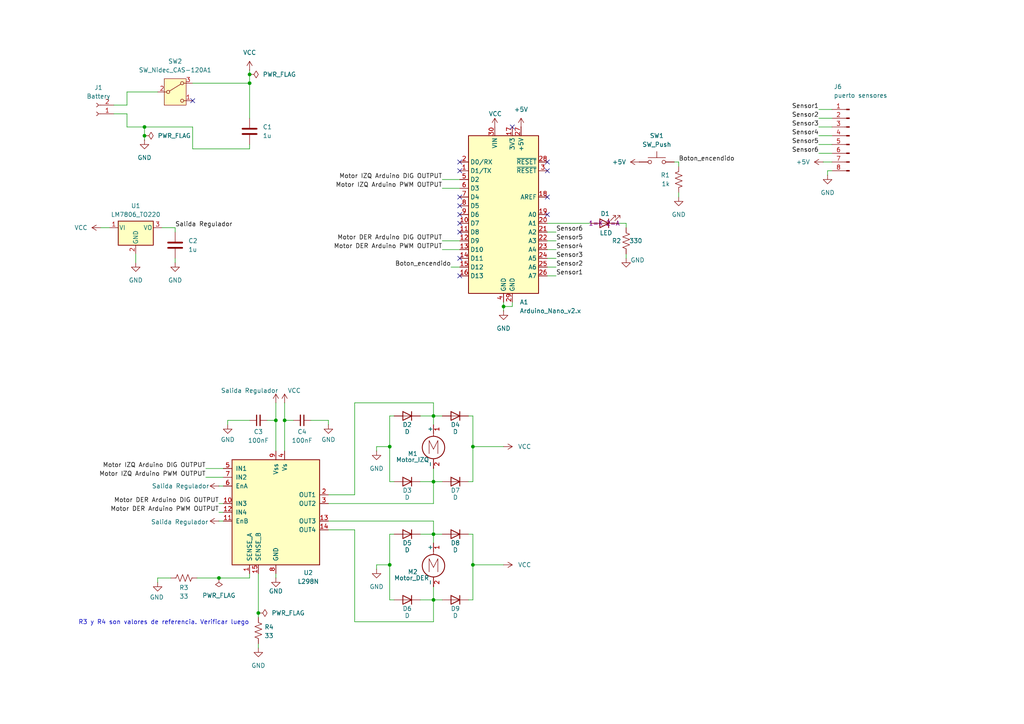
<source format=kicad_sch>
(kicad_sch (version 20250114) (generator "eeschema") (generator_version "9.0")
  (paper "A4")
  (lib_symbols
    (symbol "Connector:Conn_01x02_Socket" (pin_names (offset 1.016) hide)
      (property "Reference" "J" (at 0 2.54 0))
      (property "Value" "Conn_01x02_Socket" (at 0 -5.08 0))
      (symbol "Conn_01x02_Socket_1_1"
        (polyline (pts (xy -1.27 0) (xy -0.508 0)) (stroke (width 0.1524)))
        (polyline (pts (xy -1.27 -2.54) (xy -0.508 -2.54)) (stroke (width 0.1524)))
        (arc (start 0 -0.508) (mid -0.5058 0) (end 0 0.508) (stroke (width 0.1524)))
        (arc (start 0 -3.048) (mid -0.5058 -2.54) (end 0 -2.032) (stroke (width 0.1524)))
        (pin passive line (at -5.08 0 0) (length 3.81) (name "Pin_1") (number "1"))
        (pin passive line (at -5.08 -2.54 0) (length 3.81) (name "Pin_2") (number "2"))
      )
    )
    (symbol "Connector:Conn_01x08_Pin" (pin_names (offset 1.016) hide)
      (property "Reference" "J" (at 0 10.16 0))
      (property "Value" "Conn_01x08_Pin" (at 0 -12.7 0))
      (symbol "Conn_01x08_Pin_1_1"
        (rectangle (start 0.8636 7.747) (end 0 7.493) (stroke (width 0.1524)) (fill (type outline)))
        (rectangle (start 0.8636 5.207) (end 0 4.953) (stroke (width 0.1524)) (fill (type outline)))
        (rectangle (start 0.8636 2.667) (end 0 2.413) (stroke (width 0.1524)) (fill (type outline)))
        (rectangle (start 0.8636 0.127) (end 0 -0.127) (stroke (width 0.1524)) (fill (type outline)))
        (rectangle (start 0.8636 -2.413) (end 0 -2.667) (stroke (width 0.1524)) (fill (type outline)))
        (rectangle (start 0.8636 -4.953) (end 0 -5.207) (stroke (width 0.1524)) (fill (type outline)))
        (rectangle (start 0.8636 -7.493) (end 0 -7.747) (stroke (width 0.1524)) (fill (type outline)))
        (rectangle (start 0.8636 -10.033) (end 0 -10.287) (stroke (width 0.1524)) (fill (type outline)))
        (polyline (pts (xy 1.27 7.62) (xy 0.8636 7.62)) (stroke (width 0.1524)))
        (polyline (pts (xy 1.27 5.08) (xy 0.8636 5.08)) (stroke (width 0.1524)))
        (polyline (pts (xy 1.27 2.54) (xy 0.8636 2.54)) (stroke (width 0.1524)))
        (polyline (pts (xy 1.27 0) (xy 0.8636 0)) (stroke (width 0.1524)))
        (polyline (pts (xy 1.27 -2.54) (xy 0.8636 -2.54)) (stroke (width 0.1524)))
        (polyline (pts (xy 1.27 -5.08) (xy 0.8636 -5.08)) (stroke (width 0.1524)))
        (polyline (pts (xy 1.27 -7.62) (xy 0.8636 -7.62)) (stroke (width 0.1524)))
        (polyline (pts (xy 1.27 -10.16) (xy 0.8636 -10.16)) (stroke (width 0.1524)))
        (pin passive line (at 5.08 7.62 180) (length 3.81) (name "Pin_1") (number "1"))
        (pin passive line (at 5.08 5.08 180) (length 3.81) (name "Pin_2") (number "2"))
        (pin passive line (at 5.08 2.54 180) (length 3.81) (name "Pin_3") (number "3"))
        (pin passive line (at 5.08 0 180) (length 3.81) (name "Pin_4") (number "4"))
        (pin passive line (at 5.08 -2.54 180) (length 3.81) (name "Pin_5") (number "5"))
        (pin passive line (at 5.08 -5.08 180) (length 3.81) (name "Pin_6") (number "6"))
        (pin passive line (at 5.08 -7.62 180) (length 3.81) (name "Pin_7") (number "7"))
        (pin passive line (at 5.08 -10.16 180) (length 3.81) (name "Pin_8") (number "8"))
      )
    )
    (symbol "Device:C" (pin_numbers hide) (pin_names (offset 0.254))
      (property "Reference" "C" (at 0.635 2.54 0))
      (property "Value" "C" (at 0.635 -2.54 0))
      (symbol "C_0_1"
        (polyline (pts (xy -2.032 0.762) (xy 2.032 0.762)) (stroke (width 0.508)))
        (polyline (pts (xy -2.032 -0.762) (xy 2.032 -0.762)) (stroke (width 0.508)))
      )
      (symbol "C_1_1"
        (pin passive line (at 0 3.81 270) (length 2.794) (name "~") (number "1"))
        (pin passive line (at 0 -3.81 90) (length 2.794) (name "~") (number "2"))
      )
    )
    (symbol "Device:C_Small" (pin_numbers hide) (pin_names (offset 0.254) hide)
      (property "Reference" "C" (at 0.254 1.778 0))
      (property "Value" "C_Small" (at 0.254 -2.032 0))
      (symbol "C_Small_0_1"
        (polyline (pts (xy -1.524 0.508) (xy 1.524 0.508)) (stroke (width 0.3048)))
        (polyline (pts (xy -1.524 -0.508) (xy 1.524 -0.508)) (stroke (width 0.3302)))
      )
      (symbol "C_Small_1_1"
        (pin passive line (at 0 2.54 270) (length 2.032) (name "~") (number "1"))
        (pin passive line (at 0 -2.54 90) (length 2.032) (name "~") (number "2"))
      )
    )
    (symbol "Device:D" (pin_numbers hide) (pin_names (offset 1.016) hide)
      (property "Reference" "D" (at 0 2.54 0))
      (property "Value" "D" (at 0 -2.54 0))
      (symbol "D_0_1"
        (polyline (pts (xy -1.27 1.27) (xy -1.27 -1.27)) (stroke (width 0.254)))
        (polyline (pts (xy 1.27 1.27) (xy 1.27 -1.27) (xy -1.27 0) (xy 1.27 1.27)) (stroke (width 0.254)))
        (polyline (pts (xy 1.27 0) (xy -1.27 0)))
      )
      (symbol "D_1_1"
        (pin passive line (at -3.81 0 0) (length 2.54) (name "K") (number "1"))
        (pin passive line (at 3.81 0 180) (length 2.54) (name "A") (number "2"))
      )
    )
    (symbol "Device:LED" (pin_numbers hide) (pin_names (offset 1.016) hide)
      (property "Reference" "D" (at 0 2.54 0))
      (property "Value" "LED" (at 0 -2.54 0))
      (symbol "LED_0_1"
        (polyline (pts (xy -3.048 -0.762) (xy -4.572 -2.286) (xy -3.81 -2.286) (xy -4.572 -2.286) (xy -4.572 -1.524)))
        (polyline (pts (xy -1.778 -0.762) (xy -3.302 -2.286) (xy -2.54 -2.286) (xy -3.302 -2.286) (xy -3.302 -1.524)))
        (polyline (pts (xy -1.27 0) (xy 1.27 0)))
        (polyline (pts (xy -1.27 -1.27) (xy -1.27 1.27)) (stroke (width 0.254)))
        (polyline (pts (xy 1.27 -1.27) (xy 1.27 1.27) (xy -1.27 0) (xy 1.27 -1.27)) (stroke (width 0.254)))
      )
      (symbol "LED_1_1"
        (pin passive line (at -3.81 0 0) (length 2.54) (name "K") (number "1"))
        (pin passive line (at 3.81 0 180) (length 2.54) (name "A") (number "2"))
      )
    )
    (symbol "Device:R_US" (pin_numbers hide) (pin_names (offset 0))
      (property "Reference" "R" (at 2.54 0 90))
      (property "Value" "R_US" (at -2.54 0 90))
      (symbol "R_US_0_1"
        (polyline (pts (xy 0 2.286) (xy 0 2.54)))
        (polyline (pts (xy 0 2.286) (xy 1.016 1.905) (xy 0 1.524) (xy -1.016 1.143) (xy 0 0.762)))
        (polyline (pts (xy 0 0.762) (xy 1.016 0.381) (xy 0 0) (xy -1.016 -0.381) (xy 0 -0.762)))
        (polyline (pts (xy 0 -0.762) (xy 1.016 -1.143) (xy 0 -1.524) (xy -1.016 -1.905) (xy 0 -2.286)))
        (polyline (pts (xy 0 -2.286) (xy 0 -2.54)))
      )
      (symbol "R_US_1_1"
        (pin passive line (at 0 3.81 270) (length 1.27) (name "~") (number "1"))
        (pin passive line (at 0 -3.81 90) (length 1.27) (name "~") (number "2"))
      )
    )
    (symbol "Driver_Motor:L298N" (pin_names (offset 1.016))
      (property "Reference" "U" (at -10.16 16.51 0))
      (property "Value" "L298N" (at 12.7 16.51 0))
      (symbol "L298N_0_1"
        (rectangle (start -12.7 15.24) (end 12.7 -15.24) (stroke (width 0.254)) (fill (type background)))
      )
      (symbol "L298N_1_1"
        (pin input line (at -15.24 12.7 0) (length 2.54) (name "IN1") (number "5"))
        (pin input line (at -15.24 10.16 0) (length 2.54) (name "IN2") (number "7"))
        (pin input line (at -15.24 7.62 0) (length 2.54) (name "EnA") (number "6"))
        (pin input line (at -15.24 2.54 0) (length 2.54) (name "IN3") (number "10"))
        (pin input line (at -15.24 0 0) (length 2.54) (name "IN4") (number "12"))
        (pin input line (at -15.24 -2.54 0) (length 2.54) (name "EnB") (number "11"))
        (pin power_in line (at -7.62 -17.78 90) (length 2.54) (name "SENSE_A") (number "1"))
        (pin power_in line (at -5.08 -17.78 90) (length 2.54) (name "SENSE_B") (number "15"))
        (pin power_in line (at 0 17.78 270) (length 2.54) (name "Vss") (number "9"))
        (pin power_in line (at 0 -17.78 90) (length 2.54) (name "GND") (number "8"))
        (pin power_in line (at 2.54 17.78 270) (length 2.54) (name "Vs") (number "4"))
        (pin output line (at 15.24 5.08 180) (length 2.54) (name "OUT1") (number "2"))
        (pin output line (at 15.24 2.54 180) (length 2.54) (name "OUT2") (number "3"))
        (pin output line (at 15.24 -2.54 180) (length 2.54) (name "OUT3") (number "13"))
        (pin output line (at 15.24 -5.08 180) (length 2.54) (name "OUT4") (number "14"))
      )
    )
    (symbol "MCU_Module:Arduino_Nano_v2.x"
      (property "Reference" "A" (at -10.16 23.495 0))
      (property "Value" "Arduino_Nano_v2.x" (at 5.08 -24.13 0))
      (symbol "Arduino_Nano_v2.x_0_1"
        (rectangle (start -10.16 22.86) (end 10.16 -22.86) (stroke (width 0.254)) (fill (type background)))
      )
      (symbol "Arduino_Nano_v2.x_1_1"
        (pin bidirectional line (at -12.7 15.24 0) (length 2.54) (name "D0/RX") (number "2"))
        (pin bidirectional line (at -12.7 12.7 0) (length 2.54) (name "D1/TX") (number "1"))
        (pin bidirectional line (at -12.7 10.16 0) (length 2.54) (name "D2") (number "5"))
        (pin bidirectional line (at -12.7 7.62 0) (length 2.54) (name "D3") (number "6"))
        (pin bidirectional line (at -12.7 5.08 0) (length 2.54) (name "D4") (number "7"))
        (pin bidirectional line (at -12.7 2.54 0) (length 2.54) (name "D5") (number "8"))
        (pin bidirectional line (at -12.7 0 0) (length 2.54) (name "D6") (number "9"))
        (pin bidirectional line (at -12.7 -2.54 0) (length 2.54) (name "D7") (number "10"))
        (pin bidirectional line (at -12.7 -5.08 0) (length 2.54) (name "D8") (number "11"))
        (pin bidirectional line (at -12.7 -7.62 0) (length 2.54) (name "D9") (number "12"))
        (pin bidirectional line (at -12.7 -10.16 0) (length 2.54) (name "D10") (number "13"))
        (pin bidirectional line (at -12.7 -12.7 0) (length 2.54) (name "D11") (number "14"))
        (pin bidirectional line (at -12.7 -15.24 0) (length 2.54) (name "D12") (number "15"))
        (pin bidirectional line (at -12.7 -17.78 0) (length 2.54) (name "D13") (number "16"))
        (pin power_in line (at -2.54 25.4 270) (length 2.54) (name "VIN") (number "30"))
        (pin power_in line (at 0 -25.4 90) (length 2.54) (name "GND") (number "4"))
        (pin power_out line (at 2.54 25.4 270) (length 2.54) (name "3V3") (number "17"))
        (pin power_in line (at 2.54 -25.4 90) (length 2.54) (name "GND") (number "29"))
        (pin power_out line (at 5.08 25.4 270) (length 2.54) (name "+5V") (number "27"))
        (pin input line (at 12.7 15.24 180) (length 2.54) (name "~{RESET}") (number "28"))
        (pin input line (at 12.7 12.7 180) (length 2.54) (name "~{RESET}") (number "3"))
        (pin input line (at 12.7 5.08 180) (length 2.54) (name "AREF") (number "18"))
        (pin bidirectional line (at 12.7 0 180) (length 2.54) (name "A0") (number "19"))
        (pin bidirectional line (at 12.7 -2.54 180) (length 2.54) (name "A1") (number "20"))
        (pin bidirectional line (at 12.7 -5.08 180) (length 2.54) (name "A2") (number "21"))
        (pin bidirectional line (at 12.7 -7.62 180) (length 2.54) (name "A3") (number "22"))
        (pin bidirectional line (at 12.7 -10.16 180) (length 2.54) (name "A4") (number "23"))
        (pin bidirectional line (at 12.7 -12.7 180) (length 2.54) (name "A5") (number "24"))
        (pin bidirectional line (at 12.7 -15.24 180) (length 2.54) (name "A6") (number "25"))
        (pin bidirectional line (at 12.7 -17.78 180) (length 2.54) (name "A7") (number "26"))
      )
    )
    (symbol "Motor:Motor_DC" (pin_names (offset 0))
      (property "Reference" "M" (at 2.54 2.54 0))
      (property "Value" "Motor_DC" (at 2.54 -5.08 0))
      (symbol "Motor_DC_0_0"
        (polyline (pts (xy -1.27 -3.302) (xy -1.27 0.508) (xy 0 -2.032) (xy 1.27 0.508) (xy 1.27 -3.302)))
      )
      (symbol "Motor_DC_0_1"
        (polyline (pts (xy 0 2.032) (xy 0 2.54)))
        (polyline (pts (xy 0 1.7272) (xy 0 2.0828)))
        (circle (center 0 -1.524) (radius 3.2512) (stroke (width 0.254)))
        (polyline (pts (xy 0 -4.7752) (xy 0 -5.1816)))
        (polyline (pts (xy 0 -7.62) (xy 0 -7.112)))
      )
      (symbol "Motor_DC_1_1"
        (pin passive line (at 0 5.08 270) (length 2.54) (name "+") (number "1"))
        (pin passive line (at 0 -7.62 90) (length 2.54) (name "-") (number "2"))
      )
    )
    (symbol "Regulator_Linear:LM7806_TO220" (pin_names (offset 0.254))
      (property "Reference" "U" (at -3.81 3.175 0))
      (property "Value" "LM7806_TO220" (at 0 3.175 0))
      (symbol "LM7806_TO220_0_1"
        (rectangle (start -5.08 1.905) (end 5.08 -5.08) (stroke (width 0.254)) (fill (type background)))
      )
      (symbol "LM7806_TO220_1_1"
        (pin power_in line (at -7.62 0 0) (length 2.54) (name "VI") (number "1"))
        (pin power_in line (at 0 -7.62 90) (length 2.54) (name "GND") (number "2"))
        (pin power_out line (at 7.62 0 180) (length 2.54) (name "VO") (number "3"))
      )
    )
    (symbol "Switch:SW_Nidec_CAS-120A1" (pin_names (offset 1) hide)
      (property "Reference" "SW" (at 0 4.318 0))
      (property "Value" "SW_Nidec_CAS-120A1" (at 0 -5.08 0))
      (symbol "SW_Nidec_CAS-120A1_0_1"
        (circle (center -2.032 0) (radius 0.4572))
        (polyline (pts (xy -1.651 0.254) (xy 1.651 2.286)))
        (circle (center 2.032 2.54) (radius 0.4572))
        (circle (center 2.032 -2.54) (radius 0.4572))
      )
      (symbol "SW_Nidec_CAS-120A1_1_1"
        (rectangle (start -3.175 3.81) (end 3.175 -3.81) (fill (type background)))
        (pin passive line (at -5.08 0 0) (length 2.54) (name "B") (number "2"))
        (pin passive line (at 5.08 2.54 180) (length 2.54) (name "A") (number "3"))
        (pin passive line (at 5.08 -2.54 180) (length 2.54) (name "C") (number "1"))
      )
    )
    (symbol "Switch:SW_Push" (pin_numbers hide) (pin_names (offset 1.016) hide)
      (property "Reference" "SW" (at 1.27 2.54 0))
      (property "Value" "SW_Push" (at 0 -1.524 0))
      (symbol "SW_Push_0_1"
        (circle (center -2.032 0) (radius 0.508))
        (polyline (pts (xy 0 1.27) (xy 0 3.048)))
        (circle (center 2.032 0) (radius 0.508))
        (polyline (pts (xy 2.54 1.27) (xy -2.54 1.27)))
        (pin passive line (at -5.08 0 0) (length 2.54) (name "1") (number "1"))
        (pin passive line (at 5.08 0 180) (length 2.54) (name "2") (number "2"))
      )
    )
    (symbol "power:+5V" (power) (pin_numbers hide) (pin_names (offset 0) hide)
      (property "Value" "+5V" (at 0 3.556 0))
      (symbol "+5V_0_1"
        (polyline (pts (xy -0.762 1.27) (xy 0 2.54)))
        (polyline (pts (xy 0 2.54) (xy 0.762 1.27)))
        (polyline (pts (xy 0 0) (xy 0 2.54)))
      )
      (symbol "+5V_1_1"
        (pin power_in line (at 0 0 90) (length 0) (name "~") (number "1"))
      )
    )
    (symbol "power:GND" (power) (pin_numbers hide) (pin_names (offset 0) hide)
      (property "Value" "GND" (at 0 -3.81 0))
      (symbol "GND_0_1"
        (polyline (pts (xy 0 0) (xy 0 -1.27) (xy 1.27 -1.27) (xy 0 -2.54) (xy -1.27 -1.27) (xy 0 -1.27)))
      )
      (symbol "GND_1_1"
        (pin power_in line (at 0 0 270) (length 0) (name "~") (number "1"))
      )
    )
    (symbol "power:GNDS" (power) (pin_numbers hide) (pin_names (offset 0) hide)
      (property "Value" "GNDS" (at 0 -3.81 0))
      (symbol "GNDS_0_1"
        (polyline (pts (xy 0 0) (xy 0 -1.27) (xy 1.27 -1.27) (xy 0 -2.54) (xy -1.27 -1.27) (xy 0 -1.27)))
      )
      (symbol "GNDS_1_1"
        (pin power_in line (at 0 0 270) (length 0) (name "~") (number "1"))
      )
    )
    (symbol "power:PWR_FLAG" (power) (pin_numbers hide) (pin_names (offset 0) hide)
      (property "Value" "PWR_FLAG" (at 0 3.81 0))
      (symbol "PWR_FLAG_0_0"
        (pin power_out line (at 0 0 90) (length 0) (name "~") (number "1"))
      )
      (symbol "PWR_FLAG_0_1"
        (polyline (pts (xy 0 0) (xy 0 1.27) (xy -1.016 1.905) (xy 0 2.54) (xy 1.016 1.905) (xy 0 1.27)))
      )
    )
    (symbol "power:VCC" (power) (pin_numbers hide) (pin_names (offset 0) hide)
      (property "Value" "VCC" (at 0 3.556 0))
      (symbol "VCC_0_1"
        (polyline (pts (xy -0.762 1.27) (xy 0 2.54)))
        (polyline (pts (xy 0 2.54) (xy 0.762 1.27)))
        (polyline (pts (xy 0 0) (xy 0 2.54)))
      )
      (symbol "VCC_1_1"
        (pin power_in line (at 0 0 90) (length 0) (name "~") (number "1"))
      )
    )
  )
  (junction (at 125.73 173.99))
  (junction (at 82.55 121.92))
  (junction (at 125.73 154.94))
  (junction (at 137.16 163.83))
  (junction (at 125.73 139.7))
  (junction (at 41.91 36.83))
  (junction (at 72.39 24.13))
  (junction (at 72.39 21.59))
  (junction (at 80.01 121.92))
  (junction (at 113.03 163.83))
  (junction (at 137.16 129.54))
  (junction (at 63.5 167.64))
  (junction (at 113.03 129.54))
  (junction (at 74.93 177.8))
  (junction (at 146.05 88.9))
  (junction (at 125.73 120.65))
  (junction (at 41.91 39.37))
  (no_connect (at 158.75 57.15))
  (no_connect (at 133.35 62.23))
  (no_connect (at 133.35 67.31))
  (no_connect (at 133.35 46.99))
  (no_connect (at 133.35 64.77))
  (no_connect (at 133.35 74.93))
  (no_connect (at 133.35 57.15))
  (no_connect (at 158.75 49.53))
  (no_connect (at 133.35 49.53))
  (no_connect (at 133.35 59.69))
  (no_connect (at 148.59 36.83))
  (no_connect (at 158.75 46.99))
  (no_connect (at 133.35 80.01))
  (no_connect (at 158.75 62.23))
  (no_connect (at 55.88 29.21))
  (wire (pts (xy 45.72 167.64) (xy 45.72 168.91)))
  (wire (pts (xy 29.21 66.04) (xy 31.75 66.04)))
  (wire (pts (xy 137.16 129.54) (xy 137.16 139.7)))
  (wire (pts (xy 109.22 129.54) (xy 113.03 129.54)))
  (wire (pts (xy 46.99 66.04) (xy 50.8 66.04)))
  (wire (pts (xy 41.91 36.83) (xy 36.83 36.83)))
  (wire (pts (xy 41.91 36.83) (xy 55.88 36.83)))
  (wire (pts (xy 59.69 138.43) (xy 64.77 138.43)))
  (wire (pts (xy 237.49 44.45) (xy 241.3 44.45)))
  (wire (pts (xy 161.29 74.93) (xy 158.75 74.93)))
  (wire (pts (xy 59.69 135.89) (xy 64.77 135.89)))
  (wire (pts (xy 90.17 121.92) (xy 95.25 121.92)))
  (wire (pts (xy 125.73 154.94) (xy 125.73 151.13)))
  (wire (pts (xy 113.03 129.54) (xy 113.03 139.7)))
  (wire (pts (xy 125.73 146.05) (xy 125.73 139.7)))
  (wire (pts (xy 102.87 153.67) (xy 102.87 180.34)))
  (wire (pts (xy 36.83 36.83) (xy 36.83 33.02)))
  (wire (pts (xy 161.29 69.85) (xy 158.75 69.85)))
  (wire (pts (xy 237.49 34.29) (xy 241.3 34.29)))
  (wire (pts (xy 161.29 80.01) (xy 158.75 80.01)))
  (wire (pts (xy 121.92 120.65) (xy 125.73 120.65)))
  (wire (pts (xy 113.03 154.94) (xy 113.03 163.83)))
  (wire (pts (xy 72.39 166.37) (xy 72.39 167.64)))
  (wire (pts (xy 72.39 24.13) (xy 72.39 34.29)))
  (wire (pts (xy 125.73 157.48) (xy 125.73 154.94)))
  (wire (pts (xy 55.88 43.18) (xy 55.88 36.83)))
  (wire (pts (xy 128.27 154.94) (xy 125.73 154.94)))
  (wire (pts (xy 240.03 49.53) (xy 241.3 49.53)))
  (wire (pts (xy 237.49 31.75) (xy 241.3 31.75)))
  (wire (pts (xy 125.73 170.18) (xy 125.73 173.99)))
  (wire (pts (xy 109.22 163.83) (xy 113.03 163.83)))
  (wire (pts (xy 80.01 167.64) (xy 80.01 166.37)))
  (wire (pts (xy 63.5 167.64) (xy 72.39 167.64)))
  (wire (pts (xy 135.89 173.99) (xy 137.16 173.99)))
  (wire (pts (xy 125.73 139.7) (xy 121.92 139.7)))
  (wire (pts (xy 95.25 146.05) (xy 125.73 146.05)))
  (wire (pts (xy 66.04 121.92) (xy 66.04 123.19)))
  (wire (pts (xy 49.53 167.64) (xy 45.72 167.64)))
  (wire (pts (xy 137.16 129.54) (xy 146.05 129.54)))
  (wire (pts (xy 237.49 39.37) (xy 241.3 39.37)))
  (wire (pts (xy 130.81 77.47) (xy 133.35 77.47)))
  (wire (pts (xy 113.03 120.65) (xy 114.3 120.65)))
  (wire (pts (xy 63.5 167.64) (xy 57.15 167.64)))
  (wire (pts (xy 63.5 151.13) (xy 64.77 151.13)))
  (wire (pts (xy 39.37 76.2) (xy 39.37 73.66)))
  (wire (pts (xy 72.39 20.32) (xy 72.39 21.59)))
  (wire (pts (xy 125.73 173.99) (xy 125.73 180.34)))
  (wire (pts (xy 128.27 173.99) (xy 125.73 173.99)))
  (wire (pts (xy 82.55 116.84) (xy 82.55 121.92)))
  (wire (pts (xy 80.01 121.92) (xy 80.01 116.84)))
  (wire (pts (xy 181.61 73.66) (xy 181.61 74.93)))
  (wire (pts (xy 128.27 72.39) (xy 133.35 72.39)))
  (wire (pts (xy 41.91 39.37) (xy 41.91 36.83)))
  (wire (pts (xy 240.03 49.53) (xy 240.03 50.8)))
  (wire (pts (xy 114.3 139.7) (xy 113.03 139.7)))
  (wire (pts (xy 137.16 163.83) (xy 146.05 163.83)))
  (wire (pts (xy 80.01 121.92) (xy 77.47 121.92)))
  (wire (pts (xy 109.22 130.81) (xy 109.22 129.54)))
  (wire (pts (xy 128.27 54.61) (xy 133.35 54.61)))
  (wire (pts (xy 102.87 116.84) (xy 102.87 143.51)))
  (wire (pts (xy 181.61 64.77) (xy 181.61 66.04)))
  (wire (pts (xy 179.07 64.77) (xy 181.61 64.77)))
  (wire (pts (xy 80.01 121.92) (xy 80.01 130.81)))
  (wire (pts (xy 137.16 120.65) (xy 137.16 129.54)))
  (wire (pts (xy 95.25 143.51) (xy 102.87 143.51)))
  (wire (pts (xy 137.16 163.83) (xy 137.16 173.99)))
  (wire (pts (xy 109.22 165.1) (xy 109.22 163.83)))
  (wire (pts (xy 148.59 87.63) (xy 148.59 88.9)))
  (wire (pts (xy 125.73 123.19) (xy 125.73 120.65)))
  (wire (pts (xy 121.92 154.94) (xy 125.73 154.94)))
  (wire (pts (xy 72.39 43.18) (xy 55.88 43.18)))
  (wire (pts (xy 146.05 88.9) (xy 146.05 90.17)))
  (wire (pts (xy 63.5 148.59) (xy 64.77 148.59)))
  (wire (pts (xy 113.03 120.65) (xy 113.03 129.54)))
  (wire (pts (xy 128.27 120.65) (xy 125.73 120.65)))
  (wire (pts (xy 241.3 46.99) (xy 238.76 46.99)))
  (wire (pts (xy 36.83 33.02) (xy 33.02 33.02)))
  (wire (pts (xy 146.05 88.9) (xy 146.05 87.63)))
  (wire (pts (xy 55.88 24.13) (xy 72.39 24.13)))
  (wire (pts (xy 95.25 121.92) (xy 95.25 123.19)))
  (wire (pts (xy 148.59 88.9) (xy 146.05 88.9)))
  (wire (pts (xy 36.83 30.48) (xy 33.02 30.48)))
  (wire (pts (xy 74.93 166.37) (xy 74.93 177.8)))
  (wire (pts (xy 74.93 187.96) (xy 74.93 186.69)))
  (wire (pts (xy 63.5 140.97) (xy 64.77 140.97)))
  (wire (pts (xy 135.89 139.7) (xy 137.16 139.7)))
  (wire (pts (xy 113.03 163.83) (xy 113.03 173.99)))
  (wire (pts (xy 158.75 64.77) (xy 171.45 64.77)))
  (wire (pts (xy 36.83 26.67) (xy 45.72 26.67)))
  (wire (pts (xy 114.3 173.99) (xy 113.03 173.99)))
  (wire (pts (xy 161.29 67.31) (xy 158.75 67.31)))
  (wire (pts (xy 125.73 173.99) (xy 121.92 173.99)))
  (wire (pts (xy 195.58 46.99) (xy 196.85 46.99)))
  (wire (pts (xy 82.55 121.92) (xy 85.09 121.92)))
  (wire (pts (xy 82.55 121.92) (xy 82.55 130.81)))
  (wire (pts (xy 237.49 41.91) (xy 241.3 41.91)))
  (wire (pts (xy 95.25 153.67) (xy 102.87 153.67)))
  (wire (pts (xy 74.93 179.07) (xy 74.93 177.8)))
  (wire (pts (xy 125.73 116.84) (xy 102.87 116.84)))
  (wire (pts (xy 72.39 121.92) (xy 66.04 121.92)))
  (wire (pts (xy 137.16 154.94) (xy 135.89 154.94)))
  (wire (pts (xy 137.16 120.65) (xy 135.89 120.65)))
  (wire (pts (xy 196.85 55.88) (xy 196.85 57.15)))
  (wire (pts (xy 50.8 66.04) (xy 50.8 67.31)))
  (wire (pts (xy 161.29 77.47) (xy 158.75 77.47)))
  (wire (pts (xy 237.49 36.83) (xy 241.3 36.83)))
  (wire (pts (xy 113.03 154.94) (xy 114.3 154.94)))
  (wire (pts (xy 50.8 74.93) (xy 50.8 76.2)))
  (wire (pts (xy 63.5 146.05) (xy 64.77 146.05)))
  (wire (pts (xy 36.83 30.48) (xy 36.83 26.67)))
  (wire (pts (xy 128.27 139.7) (xy 125.73 139.7)))
  (wire (pts (xy 137.16 154.94) (xy 137.16 163.83)))
  (wire (pts (xy 72.39 41.91) (xy 72.39 43.18)))
  (wire (pts (xy 41.91 40.64) (xy 41.91 39.37)))
  (wire (pts (xy 102.87 180.34) (xy 125.73 180.34)))
  (wire (pts (xy 125.73 135.89) (xy 125.73 139.7)))
  (wire (pts (xy 196.85 46.99) (xy 196.85 48.26)))
  (wire (pts (xy 125.73 120.65) (xy 125.73 116.84)))
  (wire (pts (xy 95.25 151.13) (xy 125.73 151.13)))
  (wire (pts (xy 72.39 21.59) (xy 72.39 24.13)))
  (wire (pts (xy 128.27 69.85) (xy 133.35 69.85)))
  (wire (pts (xy 128.27 52.07) (xy 133.35 52.07)))
  (wire (pts (xy 161.29 72.39) (xy 158.75 72.39)))
  (text "R3 y R4 son valores de referencia. Verificar luego" (at 47.498 180.594 0) (effects (font (size 1.27 1.27))))
  (label "Motor DER Arduino DIG OUTPUT" (at 63.5 146.05 180))
  (label "Motor DER Arduino DIG OUTPUT" (at 128.27 69.85 180))
  (label "Sensor1" (at 161.29 80.01 0))
  (label "Motor IZQ Arduino PWM OUTPUT" (at 59.69 138.43 180))
  (label "Sensor3" (at 237.49 36.83 180))
  (label "Motor DER Arduino PWM OUTPUT" (at 128.27 72.39 180))
  (label "Sensor3" (at 161.29 74.93 0))
  (label "Motor IZQ Arduino DIG OUTPUT" (at 59.69 135.89 180))
  (label "Sensor2" (at 237.49 34.29 180))
  (label "Boton_encendido" (at 196.85 46.99 0))
  (label "Sensor1" (at 237.49 31.75 180))
  (label "Boton_encendido" (at 130.81 77.47 180))
  (label "Sensor6" (at 237.49 44.45 180))
  (label "Sensor2" (at 161.29 77.47 0))
  (label "Sensor4" (at 161.29 72.39 0))
  (label "Sensor5" (at 161.29 69.85 0))
  (label "Motor IZQ Arduino PWM OUTPUT" (at 128.27 54.61 180))
  (label "Sensor5" (at 237.49 41.91 180))
  (label "Salida Regulador" (at 50.8 66.04 0))
  (label "Sensor4" (at 237.49 39.37 180))
  (label "Motor DER Arduino PWM OUTPUT" (at 63.5 148.59 180))
  (label "Sensor6" (at 161.29 67.31 0))
  (label "Motor IZQ Arduino DIG OUTPUT" (at 128.27 52.07 180))
  (symbol (lib_id "power:+5V") (at 82.55 116.84 0) (unit 1)
    (property "Reference" "#PWR022" (effects (hide yes)))
    (property "Value" "VCC" (at 85.344 113.284 0))
    (property "Description" "Power symbol creates a global label with name \"+5V\"" (effects (hide yes)))
  )
  (symbol (lib_id "Device:C_Small") (at 74.93 121.92 90) (unit 1)
    (property "Reference" "C3" (at 74.93 125.222 90))
    (property "Value" "100nF" (at 74.93 127.762 90))
    (property "Footprint" "Capacitor_SMD:C_1206_3216Metric_Pad1.33x1.80mm_HandSolder" (effects (hide yes)))
    (property "Description" "Unpolarized capacitor, small symbol" (effects (hide yes)))
  )
  (symbol (lib_id "power:VCC") (at 29.21 66.04 90) (unit 1)
    (property "Reference" "#PWR03" (effects (hide yes)))
    (property "Value" "VCC" (at 25.4 66.0399 90) (effects (justify left)))
    (property "Description" "Power symbol creates a global label with name \"VCC\"" (effects (hide yes)))
  )
  (symbol (lib_id "power:+5V") (at 151.13 36.83 0) (unit 1)
    (property "Reference" "#PWR010" (effects (hide yes)))
    (property "Value" "+5V" (at 151.13 31.75 0))
    (property "Description" "Power symbol creates a global label with name \"+5V\"" (effects (hide yes)))
  )
  (symbol (lib_id "Device:R_US") (at 53.34 167.64 270) (unit 1)
    (property "Reference" "R3" (at 53.34 170.434 90))
    (property "Value" "33" (at 53.34 172.974 90))
    (property "Footprint" "Resistor_SMD:R_0805_2012Metric_Pad1.20x1.40mm_HandSolder" (effects (hide yes)))
    (property "Description" "Resistor, US symbol" (effects (hide yes)))
  )
  (symbol (lib_id "power:+5V") (at 63.5 140.97 90) (unit 1)
    (property "Reference" "#PWR016" (effects (hide yes)))
    (property "Value" "Salida Regulador" (at 60.706 140.97 90) (effects (justify left)))
    (property "Description" "Power symbol creates a global label with name \"+5V\"" (effects (hide yes)))
  )
  (symbol (lib_id "Device:C_Small") (at 87.63 121.92 270) (mirror x) (unit 1)
    (property "Reference" "C4" (at 87.6172 125.222 90))
    (property "Value" "100nF" (at 87.6172 127.762 90))
    (property "Footprint" "Capacitor_SMD:C_1206_3216Metric_Pad1.33x1.80mm_HandSolder" (effects (hide yes)))
    (property "Description" "Unpolarized capacitor, small symbol" (effects (hide yes)))
  )
  (symbol (lib_id "Device:C") (at 50.8 71.12 0) (unit 1)
    (property "Reference" "C2" (at 54.61 69.8499 0) (effects (justify left)))
    (property "Value" "1u" (at 54.61 72.3899 0) (effects (justify left)))
    (property "Footprint" "Capacitor_SMD:C_1206_3216Metric_Pad1.33x1.80mm_HandSolder" (effects (hide yes)))
    (property "Description" "Unpolarized capacitor" (effects (hide yes)))
  )
  (symbol (lib_id "power:GND") (at 109.22 130.81 0) (mirror y) (unit 1)
    (property "Reference" "#PWR024" (effects (hide yes)))
    (property "Value" "GND" (at 109.22 135.89 0))
    (property "Description" "Power symbol creates a global label with name \"GND\" , ground" (effects (hide yes)))
  )
  (symbol (lib_id "power:GNDS") (at 45.72 168.91 0) (unit 1)
    (property "Reference" "#PWR015" (effects (hide yes)))
    (property "Value" "GND" (at 45.466 173.228 0))
    (property "Description" "Power symbol creates a global label with name \"GNDS\" , signal ground" (effects (hide yes)))
  )
  (symbol (lib_id "Device:D") (at 132.08 139.7 0) (mirror y) (unit 1)
    (property "Reference" "D7" (at 132.08 142.24 0))
    (property "Value" "D" (at 132.08 144.272 0))
    (property "Footprint" "Diode_THT:D_DO-41_SOD81_P7.62mm_Horizontal" (effects (hide yes)))
    (property "Description" "Diode" (effects (hide yes)))
    (property "Sim.Device" "D" (effects (hide yes)))
    (property "Sim.Pins" "1=K 2=A" (effects (hide yes)))
  )
  (symbol (lib_id "power:PWR_FLAG") (at 72.39 21.59 270) (unit 1)
    (property "Reference" "#FLG02" (effects (hide yes)))
    (property "Value" "PWR_FLAG" (at 76.2 21.5899 90) (effects (justify left)))
    (property "Description" "Special symbol for telling ERC where power comes from" (effects (hide yes)))
  )
  (symbol (lib_id "power:GND") (at 196.85 57.15 0) (mirror y) (unit 1)
    (property "Reference" "#PWR08" (effects (hide yes)))
    (property "Value" "GND" (at 196.85 62.23 0))
    (property "Description" "Power symbol creates a global label with name \"GND\" , ground" (effects (hide yes)))
  )
  (symbol (lib_id "power:GND") (at 50.8 76.2 0) (unit 1)
    (property "Reference" "#PWR05" (effects (hide yes)))
    (property "Value" "GND" (at 50.8 81.28 0))
    (property "Description" "Power symbol creates a global label with name \"GND\" , ground" (effects (hide yes)))
  )
  (symbol (lib_id "power:GND") (at 146.05 90.17 0) (unit 1)
    (property "Reference" "#PWR07" (effects (hide yes)))
    (property "Value" "GND" (at 146.05 95.25 0))
    (property "Description" "Power symbol creates a global label with name \"GND\" , ground" (effects (hide yes)))
  )
  (symbol (lib_id "power:PWR_FLAG") (at 41.91 39.37 270) (unit 1)
    (property "Reference" "#FLG01" (effects (hide yes)))
    (property "Value" "PWR_FLAG" (at 45.72 39.3699 90) (effects (justify left)))
    (property "Description" "Special symbol for telling ERC where power comes from" (effects (hide yes)))
  )
  (symbol (lib_id "Device:D") (at 118.11 154.94 0) (mirror y) (unit 1)
    (property "Reference" "D5" (at 118.11 157.48 0))
    (property "Value" "D" (at 118.11 159.512 0))
    (property "Footprint" "Diode_THT:D_DO-41_SOD81_P7.62mm_Horizontal" (effects (hide yes)))
    (property "Description" "Diode" (effects (hide yes)))
    (property "Sim.Device" "D" (effects (hide yes)))
    (property "Sim.Pins" "1=K 2=A" (effects (hide yes)))
  )
  (symbol (lib_id "Device:D") (at 132.08 154.94 0) (mirror y) (unit 1)
    (property "Reference" "D8" (at 132.08 157.48 0))
    (property "Value" "D" (at 132.08 159.512 0))
    (property "Footprint" "Diode_THT:D_DO-41_SOD81_P7.62mm_Horizontal" (effects (hide yes)))
    (property "Description" "Diode" (effects (hide yes)))
    (property "Sim.Device" "D" (effects (hide yes)))
    (property "Sim.Pins" "1=K 2=A" (effects (hide yes)))
  )
  (symbol (lib_id "power:+5V") (at 185.42 46.99 90) (unit 1)
    (property "Reference" "#PWR011" (effects (hide yes)))
    (property "Value" "+5V" (at 181.61 46.9899 90) (effects (justify left)))
    (property "Description" "Power symbol creates a global label with name \"+5V\"" (effects (hide yes)))
  )
  (symbol (lib_id "Switch:SW_Push") (at 190.5 46.99 0) (unit 1)
    (property "Reference" "SW1" (at 190.5 39.37 0))
    (property "Value" "SW_Push" (at 190.5 41.91 0))
    (property "Footprint" "Button_Switch_THT:SW_PUSH_6mm" (effects (hide yes)))
    (property "Description" "Push button switch, generic, two pins" (effects (hide yes)))
  )
  (symbol (lib_id "power:+5V") (at 146.05 129.54 270) (unit 1)
    (property "Reference" "#PWR026" (effects (hide yes)))
    (property "Value" "VCC" (at 152.146 129.54 90))
    (property "Description" "Power symbol creates a global label with name \"+5V\"" (effects (hide yes)))
  )
  (symbol (lib_id "Device:LED") (at 175.26 64.77 180) (unit 1)
    (property "Reference" "D1" (at 175.514 61.976 0))
    (property "Value" "LED" (at 175.768 67.564 0))
    (property "Footprint" "LED_THT:LED_D5.0mm" (effects (hide yes)))
    (property "Description" "Light emitting diode" (effects (hide yes)))
    (property "Sim.Pins" "1=K 2=A" (at 175.26 64.77 0))
  )
  (symbol (lib_id "power:GNDS") (at 74.93 187.96 0) (unit 1)
    (property "Reference" "#PWR019" (effects (hide yes)))
    (property "Value" "GND" (at 74.93 193.04 0))
    (property "Description" "Power symbol creates a global label with name \"GNDS\" , signal ground" (effects (hide yes)))
  )
  (symbol (lib_id "power:GND") (at 39.37 76.2 0) (unit 1)
    (property "Reference" "#PWR04" (effects (hide yes)))
    (property "Value" "GND" (at 39.37 81.28 0))
    (property "Description" "Power symbol creates a global label with name \"GND\" , ground" (effects (hide yes)))
  )
  (symbol (lib_id "Device:D") (at 132.08 173.99 0) (mirror y) (unit 1)
    (property "Reference" "D9" (at 132.08 176.53 0))
    (property "Value" "D" (at 132.08 178.562 0))
    (property "Footprint" "Diode_THT:D_DO-41_SOD81_P7.62mm_Horizontal" (effects (hide yes)))
    (property "Description" "Diode" (effects (hide yes)))
    (property "Sim.Device" "D" (effects (hide yes)))
    (property "Sim.Pins" "1=K 2=A" (effects (hide yes)))
  )
  (symbol (lib_id "Device:D") (at 132.08 120.65 0) (mirror y) (unit 1)
    (property "Reference" "D4" (at 132.08 123.19 0))
    (property "Value" "D" (at 132.08 125.222 0))
    (property "Footprint" "Diode_THT:D_DO-41_SOD81_P7.62mm_Horizontal" (effects (hide yes)))
    (property "Description" "Diode" (effects (hide yes)))
    (property "Sim.Device" "D" (effects (hide yes)))
    (property "Sim.Pins" "1=K 2=A" (effects (hide yes)))
  )
  (symbol (lib_id "power:VCC") (at 143.51 36.83 0) (unit 1)
    (property "Reference" "#PWR014" (effects (hide yes)))
    (property "Value" "VCC" (at 141.732 33.02 0) (effects (justify left)))
    (property "Description" "Power symbol creates a global label with name \"VCC\"" (effects (hide yes)))
  )
  (symbol (lib_id "power:GND") (at 66.04 123.19 0) (unit 1)
    (property "Reference" "#PWR018" (effects (hide yes)))
    (property "Value" "GND" (at 66.04 127.508 0))
    (property "Description" "Power symbol creates a global label with name \"GND\" , ground" (effects (hide yes)))
  )
  (symbol (lib_id "power:GND") (at 41.91 40.64 0) (unit 1)
    (property "Reference" "#PWR02" (effects (hide yes)))
    (property "Value" "GND" (at 41.91 45.72 0))
    (property "Description" "Power symbol creates a global label with name \"GND\" , ground" (effects (hide yes)))
  )
  (symbol (lib_id "Device:D") (at 118.11 139.7 0) (mirror y) (unit 1)
    (property "Reference" "D3" (at 118.11 142.24 0))
    (property "Value" "D" (at 118.11 144.272 0))
    (property "Footprint" "Diode_THT:D_DO-41_SOD81_P7.62mm_Horizontal" (effects (hide yes)))
    (property "Description" "Diode" (effects (hide yes)))
    (property "Sim.Device" "D" (effects (hide yes)))
    (property "Sim.Pins" "1=K 2=A" (effects (hide yes)))
  )
  (symbol (lib_id "power:+5V") (at 63.5 151.13 90) (unit 1)
    (property "Reference" "#PWR017" (effects (hide yes)))
    (property "Value" "Salida Regulador" (at 60.452 151.384 90) (effects (justify left)))
    (property "Description" "Power symbol creates a global label with name \"+5V\"" (effects (hide yes)))
  )
  (symbol (lib_id "MCU_Module:Arduino_Nano_v2.x") (at 146.05 62.23 0) (unit 1)
    (property "Reference" "A1" (at 150.7333 87.63 0) (effects (justify left)))
    (property "Value" "Arduino_Nano_v2.x" (at 150.7333 90.17 0) (effects (justify left)))
    (property "Footprint" "Module:Arduino_Nano" (effects (hide yes)))
    (property "Datasheet" "https://www.arduino.cc/en/uploads/Main/ArduinoNanoManual23.pdf" (effects (hide yes)))
    (property "Description" "Arduino Nano v2.x" (effects (hide yes)))
  )
  (symbol (lib_id "power:GND") (at 109.22 165.1 0) (mirror y) (unit 1)
    (property "Reference" "#PWR025" (effects (hide yes)))
    (property "Value" "GND" (at 109.22 170.18 0))
    (property "Description" "Power symbol creates a global label with name \"GND\" , ground" (effects (hide yes)))
  )
  (symbol (lib_id "Device:D") (at 118.11 120.65 0) (mirror y) (unit 1)
    (property "Reference" "D2" (at 118.11 123.19 0))
    (property "Value" "D" (at 118.11 125.222 0))
    (property "Footprint" "Diode_THT:D_DO-41_SOD81_P7.62mm_Horizontal" (effects (hide yes)))
    (property "Description" "Diode" (effects (hide yes)))
    (property "Sim.Device" "D" (effects (hide yes)))
    (property "Sim.Pins" "1=K 2=A" (effects (hide yes)))
  )
  (symbol (lib_id "power:+5V") (at 146.05 163.83 270) (unit 1)
    (property "Reference" "#PWR027" (effects (hide yes)))
    (property "Value" "VCC" (at 152.146 163.83 90))
    (property "Description" "Power symbol creates a global label with name \"+5V\"" (effects (hide yes)))
  )
  (symbol (lib_id "Connector:Conn_01x08_Pin") (at 246.38 39.37 0) (mirror y) (unit 1)
    (property "Reference" "J6" (at 241.808 25.146 0) (effects (justify right)))
    (property "Value" "puerto sensores" (at 241.808 27.686 0) (effects (justify right)))
    (property "Footprint" "Connector_PinHeader_2.54mm:PinHeader_1x08_P2.54mm_Vertical" (effects (hide yes)))
    (property "Description" "Generic connector, single row, 01x08, script generated" (effects (hide yes)))
  )
  (symbol (lib_id "Device:R_US") (at 181.61 69.85 0) (unit 1)
    (property "Reference" "R2" (at 178.816 69.85 0))
    (property "Value" "330" (at 184.404 69.85 0))
    (property "Footprint" "Resistor_SMD:R_1206_3216Metric_Pad1.30x1.75mm_HandSolder" (effects (hide yes)))
    (property "Description" "Resistor, US symbol" (effects (hide yes)))
  )
  (symbol (lib_id "power:+5V") (at 238.76 46.99 90) (unit 1)
    (property "Reference" "#PWR012" (effects (hide yes)))
    (property "Value" "+5V" (at 234.95 46.9899 90) (effects (justify left)))
    (property "Description" "Power symbol creates a global label with name \"+5V\"" (effects (hide yes)))
  )
  (symbol (lib_id "Driver_Motor:L298N") (at 80.01 148.59 0) (unit 1)
    (property "Reference" "U2" (at 89.408 166.116 0))
    (property "Value" "L298N" (at 89.408 168.656 0))
    (property "Footprint" "Package_TO_SOT_THT:TO-220-15_P2.54x5.08mm_StaggerOdd_Lead4.58mm_Vertical" (effects (hide yes)))
    (property "Datasheet" "http://www.st.com/st-web-ui/static/active/en/resource/technical/document/datasheet/CD00000240.pdf" (effects (hide yes)))
    (property "Description" "Dual full bridge motor driver, up to 46V, 4A, Multiwatt15-V" (effects (hide yes)))
  )
  (symbol (lib_id "power:GND") (at 181.61 74.93 0) (unit 1)
    (property "Reference" "#PWR06" (effects (hide yes)))
    (property "Value" "GND" (at 184.912 75.438 0))
    (property "Description" "Power symbol creates a global label with name \"GND\" , ground" (effects (hide yes)))
  )
  (symbol (lib_id "Connector:Conn_01x02_Socket") (at 27.94 33.02 180) (unit 1)
    (property "Reference" "J1" (at 28.575 25.4 0))
    (property "Value" "Battery" (at 28.575 27.94 0))
    (property "Footprint" "Connector_Molex:Molex_KK-254_AE-6410-02A_1x02_P2.54mm_Vertical" (effects (hide yes)))
    (property "Description" "Generic connector, single row, 01x02, script generated" (effects (hide yes)))
  )
  (symbol (lib_id "power:GND") (at 80.01 167.64 0) (unit 1)
    (property "Reference" "#PWR021" (effects (hide yes)))
    (property "Value" "GND" (at 80.01 171.45 0))
    (property "Description" "Power symbol creates a global label with name \"GND\" , ground" (effects (hide yes)))
  )
  (symbol (lib_id "power:+5V") (at 80.01 116.84 0) (unit 1)
    (property "Reference" "#PWR020" (effects (hide yes)))
    (property "Value" "Salida Regulador" (at 72.39 113.284 0))
    (property "Description" "Power symbol creates a global label with name \"+5V\"" (effects (hide yes)))
  )
  (symbol (lib_id "Device:D") (at 118.11 173.99 0) (mirror y) (unit 1)
    (property "Reference" "D6" (at 118.11 176.53 0))
    (property "Value" "D" (at 118.11 178.562 0))
    (property "Footprint" "Diode_THT:D_DO-41_SOD81_P7.62mm_Horizontal" (effects (hide yes)))
    (property "Description" "Diode" (effects (hide yes)))
    (property "Sim.Device" "D" (effects (hide yes)))
    (property "Sim.Pins" "1=K 2=A" (effects (hide yes)))
  )
  (symbol (lib_id "power:PWR_FLAG") (at 63.5 167.64 180) (unit 1)
    (property "Reference" "#FLG04" (effects (hide yes)))
    (property "Value" "PWR_FLAG" (at 63.5 172.72 0))
    (property "Description" "Special symbol for telling ERC where power comes from" (effects (hide yes)))
  )
  (symbol (lib_id "power:GND") (at 240.03 50.8 0) (unit 1)
    (property "Reference" "#PWR09" (effects (hide yes)))
    (property "Value" "GND" (at 240.03 55.88 0))
    (property "Description" "Power symbol creates a global label with name \"GND\" , ground" (effects (hide yes)))
  )
  (symbol (lib_id "Regulator_Linear:LM7806_TO220") (at 39.37 66.04 0) (unit 1)
    (property "Reference" "U1" (at 39.37 59.69 0))
    (property "Value" "LM7806_TO220" (at 39.37 62.23 0))
    (property "Footprint" "Package_TO_SOT_THT:TO-220-3_Vertical" (effects (hide yes)))
    (property "Datasheet" "https://www.onsemi.cn/PowerSolutions/document/MC7800-D.PDF" (effects (hide yes)))
    (property "Description" "Positive 1A 35V Linear Regulator, Fixed Output 6V, TO-220" (effects (hide yes)))
  )
  (symbol (lib_id "power:GND") (at 95.25 123.19 0) (mirror y) (unit 1)
    (property "Reference" "#PWR023" (effects (hide yes)))
    (property "Value" "GND" (at 95.25 127.508 0))
    (property "Description" "Power symbol creates a global label with name \"GND\" , ground" (effects (hide yes)))
  )
  (symbol (lib_id "Device:R_US") (at 196.85 52.07 0) (mirror y) (unit 1)
    (property "Reference" "R1" (at 194.31 50.7999 0) (effects (justify left)))
    (property "Value" "1k" (at 194.31 53.3399 0) (effects (justify left)))
    (property "Footprint" "Resistor_SMD:R_1206_3216Metric_Pad1.30x1.75mm_HandSolder" (effects (hide yes)))
    (property "Description" "Resistor, US symbol" (effects (hide yes)))
  )
  (symbol (lib_id "power:VCC") (at 72.39 20.32 0) (unit 1)
    (property "Reference" "#PWR01" (effects (hide yes)))
    (property "Value" "VCC" (at 72.39 15.24 0))
    (property "Description" "Power symbol creates a global label with name \"VCC\"" (effects (hide yes)))
  )
  (symbol (lib_id "Device:C") (at 72.39 38.1 0) (unit 1)
    (property "Reference" "C1" (at 76.2 36.8299 0) (effects (justify left)))
    (property "Value" "1u" (at 76.2 39.3699 0) (effects (justify left)))
    (property "Footprint" "Capacitor_SMD:C_1206_3216Metric_Pad1.33x1.80mm_HandSolder" (effects (hide yes)))
    (property "Description" "Unpolarized capacitor" (effects (hide yes)))
  )
  (symbol (lib_id "Device:R_US") (at 74.93 182.88 180) (unit 1)
    (property "Reference" "R4" (at 76.708 181.864 0) (effects (justify right)))
    (property "Value" "33" (at 76.708 184.404 0) (effects (justify right)))
    (property "Footprint" "Resistor_SMD:R_0805_2012Metric_Pad1.20x1.40mm_HandSolder" (effects (hide yes)))
    (property "Description" "Resistor, US symbol" (effects (hide yes)))
  )
  (symbol (lib_id "Switch:SW_Nidec_CAS-120A1") (at 50.8 26.67 0) (unit 1)
    (property "Reference" "SW2" (at 50.8 17.78 0))
    (property "Value" "SW_Nidec_CAS-120A1" (at 50.8 20.32 0))
    (property "Footprint" "Converter_DCDC:Converter_DCDC_TRACO_TSR2-xxxx_THT" (effects (hide yes)))
    (property "Datasheet" "https://www.nidec-components.com/e/catalog/switch/cas.pdf" (effects (hide yes)))
    (property "Description" "Switch, single pole double throw" (effects (hide yes)))
  )
  (symbol (lib_id "power:PWR_FLAG") (at 74.93 177.8 270) (unit 1)
    (property "Reference" "#FLG05" (effects (hide yes)))
    (property "Value" "PWR_FLAG" (at 78.74 177.7999 90) (effects (justify left)))
    (property "Description" "Special symbol for telling ERC where power comes from" (effects (hide yes)))
  )
  (symbol (lib_id "Motor:Motor_DC") (at 125.73 128.27 0) (mirror y) (unit 1)
    (property "Reference" "M1" (at 121.158 131.572 0) (effects (justify left)))
    (property "Value" "Motor_IZQ" (at 124.46 133.35 0) (effects (justify left)))
    (property "Footprint" "Connector_Molex:Molex_KK-254_AE-6410-02A_1x02_P2.54mm_Vertical" (effects (hide yes)))
    (property "Description" "DC Motor" (effects (hide yes)))
  )
  (symbol (lib_id "Motor:Motor_DC") (at 125.73 162.56 0) (mirror y) (unit 1)
    (property "Reference" "M2" (at 121.158 165.862 0) (effects (justify left)))
    (property "Value" "Motor_DER" (at 124.46 167.64 0) (effects (justify left)))
    (property "Footprint" "Connector_Molex:Molex_KK-254_AE-6410-02A_1x02_P2.54mm_Vertical" (effects (hide yes)))
    (property "Description" "DC Motor" (effects (hide yes)))
  )
)
</source>
